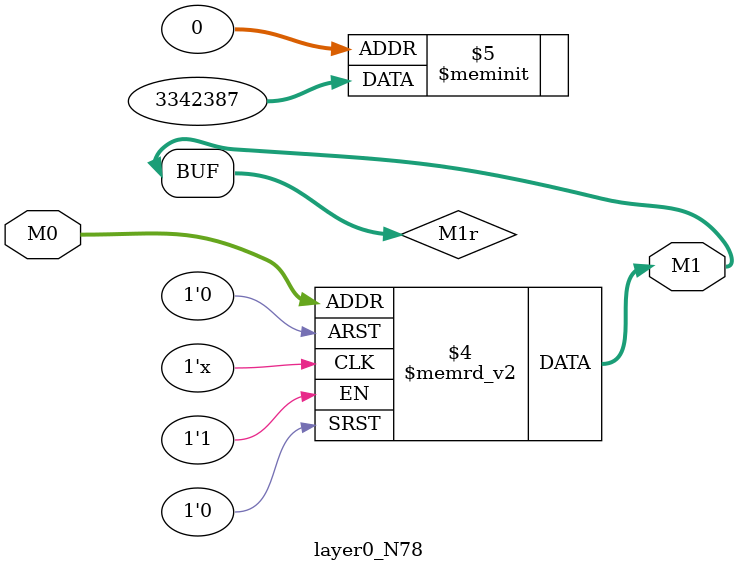
<source format=v>
module layer0_N78 ( input [3:0] M0, output [1:0] M1 );

	(*rom_style = "distributed" *) reg [1:0] M1r;
	assign M1 = M1r;
	always @ (M0) begin
		case (M0)
			4'b0000: M1r = 2'b11;
			4'b1000: M1r = 2'b11;
			4'b0100: M1r = 2'b00;
			4'b1100: M1r = 2'b00;
			4'b0010: M1r = 2'b11;
			4'b1010: M1r = 2'b11;
			4'b0110: M1r = 2'b00;
			4'b1110: M1r = 2'b00;
			4'b0001: M1r = 2'b00;
			4'b1001: M1r = 2'b00;
			4'b0101: M1r = 2'b00;
			4'b1101: M1r = 2'b00;
			4'b0011: M1r = 2'b00;
			4'b1011: M1r = 2'b00;
			4'b0111: M1r = 2'b00;
			4'b1111: M1r = 2'b00;

		endcase
	end
endmodule

</source>
